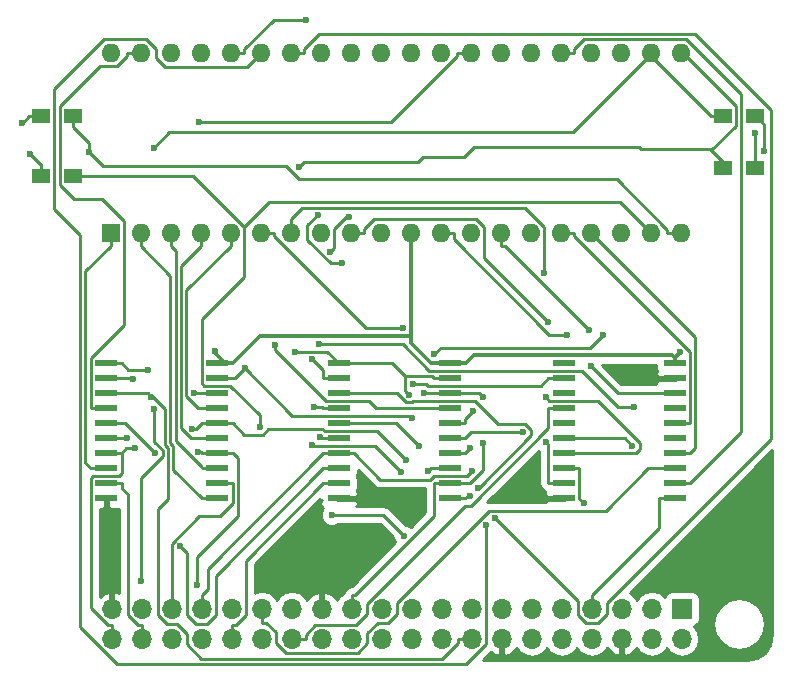
<source format=gbr>
G04 #@! TF.FileFunction,Copper,L1,Top,Signal*
%FSLAX46Y46*%
G04 Gerber Fmt 4.6, Leading zero omitted, Abs format (unit mm)*
G04 Created by KiCad (PCBNEW 4.0.7) date 01/21/18 10:34:35*
%MOMM*%
%LPD*%
G01*
G04 APERTURE LIST*
%ADD10C,0.100000*%
%ADD11R,1.700000X1.700000*%
%ADD12O,1.700000X1.700000*%
%ADD13R,1.600000X1.600000*%
%ADD14O,1.600000X1.600000*%
%ADD15R,1.950000X0.600000*%
%ADD16R,1.500000X1.300000*%
%ADD17C,0.600000*%
%ADD18C,0.350000*%
%ADD19C,0.250000*%
%ADD20C,0.254000*%
G04 APERTURE END LIST*
D10*
D11*
X149454000Y-112878000D03*
D12*
X149454000Y-115418000D03*
X146914000Y-112878000D03*
X146914000Y-115418000D03*
X144374000Y-112878000D03*
X144374000Y-115418000D03*
X141834000Y-112878000D03*
X141834000Y-115418000D03*
X139294000Y-112878000D03*
X139294000Y-115418000D03*
X136754000Y-112878000D03*
X136754000Y-115418000D03*
X134214000Y-112878000D03*
X134214000Y-115418000D03*
X131674000Y-112878000D03*
X131674000Y-115418000D03*
X129134000Y-112878000D03*
X129134000Y-115418000D03*
X126594000Y-112878000D03*
X126594000Y-115418000D03*
X124054000Y-112878000D03*
X124054000Y-115418000D03*
X121514000Y-112878000D03*
X121514000Y-115418000D03*
X118974000Y-112878000D03*
X118974000Y-115418000D03*
X116434000Y-112878000D03*
X116434000Y-115418000D03*
X113894000Y-112878000D03*
X113894000Y-115418000D03*
X111354000Y-112878000D03*
X111354000Y-115418000D03*
X108814000Y-112878000D03*
X108814000Y-115418000D03*
X106274000Y-112878000D03*
X106274000Y-115418000D03*
X103734000Y-112878000D03*
X103734000Y-115418000D03*
X101194000Y-112878000D03*
X101194000Y-115418000D03*
D13*
X101092000Y-81026000D03*
D14*
X149352000Y-65786000D03*
X103632000Y-81026000D03*
X146812000Y-65786000D03*
X106172000Y-81026000D03*
X144272000Y-65786000D03*
X108712000Y-81026000D03*
X141732000Y-65786000D03*
X111252000Y-81026000D03*
X139192000Y-65786000D03*
X113792000Y-81026000D03*
X136652000Y-65786000D03*
X116332000Y-81026000D03*
X134112000Y-65786000D03*
X118872000Y-81026000D03*
X131572000Y-65786000D03*
X121412000Y-81026000D03*
X129032000Y-65786000D03*
X123952000Y-81026000D03*
X126492000Y-65786000D03*
X126492000Y-81026000D03*
X123952000Y-65786000D03*
X129032000Y-81026000D03*
X121412000Y-65786000D03*
X131572000Y-81026000D03*
X118872000Y-65786000D03*
X134112000Y-81026000D03*
X116332000Y-65786000D03*
X136652000Y-81026000D03*
X113792000Y-65786000D03*
X139192000Y-81026000D03*
X111252000Y-65786000D03*
X141732000Y-81026000D03*
X108712000Y-65786000D03*
X144272000Y-81026000D03*
X106172000Y-65786000D03*
X146812000Y-81026000D03*
X103632000Y-65786000D03*
X149352000Y-81026000D03*
X101092000Y-65786000D03*
D15*
X139445000Y-92075000D03*
X139445000Y-93345000D03*
X139445000Y-94615000D03*
X139445000Y-95885000D03*
X139445000Y-97155000D03*
X139445000Y-98425000D03*
X139445000Y-99695000D03*
X139445000Y-100965000D03*
X139445000Y-102235000D03*
X139445000Y-103505000D03*
X148845000Y-103505000D03*
X148845000Y-102235000D03*
X148845000Y-100965000D03*
X148845000Y-99695000D03*
X148845000Y-98425000D03*
X148845000Y-97155000D03*
X148845000Y-95885000D03*
X148845000Y-94615000D03*
X148845000Y-93345000D03*
X148845000Y-92075000D03*
X100710000Y-92075000D03*
X100710000Y-93345000D03*
X100710000Y-94615000D03*
X100710000Y-95885000D03*
X100710000Y-97155000D03*
X100710000Y-98425000D03*
X100710000Y-99695000D03*
X100710000Y-100965000D03*
X100710000Y-102235000D03*
X100710000Y-103505000D03*
X110110000Y-103505000D03*
X110110000Y-102235000D03*
X110110000Y-100965000D03*
X110110000Y-99695000D03*
X110110000Y-98425000D03*
X110110000Y-97155000D03*
X110110000Y-95885000D03*
X110110000Y-94615000D03*
X110110000Y-93345000D03*
X110110000Y-92075000D03*
X120395000Y-92075000D03*
X120395000Y-93345000D03*
X120395000Y-94615000D03*
X120395000Y-95885000D03*
X120395000Y-97155000D03*
X120395000Y-98425000D03*
X120395000Y-99695000D03*
X120395000Y-100965000D03*
X120395000Y-102235000D03*
X120395000Y-103505000D03*
X129795000Y-103505000D03*
X129795000Y-102235000D03*
X129795000Y-100965000D03*
X129795000Y-99695000D03*
X129795000Y-98425000D03*
X129795000Y-97155000D03*
X129795000Y-95885000D03*
X129795000Y-94615000D03*
X129795000Y-93345000D03*
X129795000Y-92075000D03*
D16*
X97870000Y-76200000D03*
X95170000Y-76200000D03*
X97870000Y-71120000D03*
X95170000Y-71120000D03*
X152955000Y-75565000D03*
X155655000Y-75565000D03*
X152955000Y-71120000D03*
X155655000Y-71120000D03*
D17*
X149291800Y-91163100D03*
X109893100Y-91064500D03*
X145257200Y-99059700D03*
X141130200Y-103933300D03*
X127225600Y-99100900D03*
X132162700Y-102634600D03*
X126131600Y-100293900D03*
X107968700Y-97631200D03*
X108443000Y-110851700D03*
X108459600Y-99606600D03*
X118132800Y-98974000D03*
X125656000Y-101280900D03*
X104862400Y-99693300D03*
X104528400Y-94924100D03*
X116715200Y-91147100D03*
X126326500Y-94760700D03*
X119804300Y-104938600D03*
X125940600Y-106688400D03*
X131479100Y-99273900D03*
X131770700Y-96093400D03*
X112477200Y-92523200D03*
X104290800Y-92645500D03*
X126564700Y-96704400D03*
X132628000Y-98845100D03*
X132642900Y-94948700D03*
X127580500Y-94594800D03*
X126694000Y-93803700D03*
X131656100Y-101229400D03*
X108125500Y-94599100D03*
X104786000Y-95919800D03*
X103627300Y-110541900D03*
X103182100Y-99297700D03*
X141762500Y-92355700D03*
X137925500Y-98734400D03*
X125822700Y-89063400D03*
X137923600Y-94948700D03*
X137801100Y-84405600D03*
X119655800Y-82636900D03*
X121263200Y-79722400D03*
X145409000Y-95797500D03*
X118772400Y-90466700D03*
X108544800Y-71677600D03*
X138096600Y-88569000D03*
X118172200Y-91718500D03*
X118291800Y-95763900D03*
X139695100Y-89661800D03*
X118806500Y-98314000D03*
X120709000Y-83590000D03*
X118622400Y-79536600D03*
X106967300Y-107564000D03*
X141601200Y-89300400D03*
X131554200Y-103293700D03*
X133670200Y-105215000D03*
X127984900Y-101190100D03*
X132896500Y-105817500D03*
X136031900Y-97941200D03*
X117631900Y-62996700D03*
X115029300Y-90560000D03*
X128495800Y-91332900D03*
X142748600Y-89710000D03*
X102957800Y-93453900D03*
X102432600Y-98394600D03*
X113739300Y-97514500D03*
X99241500Y-74169300D03*
X117012100Y-75480300D03*
X104746300Y-73863400D03*
X94249000Y-74400700D03*
X93620800Y-71759600D03*
X155623100Y-72583500D03*
X156398800Y-74083200D03*
D18*
X126492000Y-81026000D02*
X126492000Y-82201300D01*
X148845000Y-92075000D02*
X148845000Y-91609900D01*
X148845000Y-91609900D02*
X149291800Y-91163100D01*
X148634700Y-91399600D02*
X148845000Y-91609900D01*
X131820700Y-91399600D02*
X148634700Y-91399600D01*
X131145300Y-92075000D02*
X131820700Y-91399600D01*
X129795000Y-92075000D02*
X131145300Y-92075000D01*
X126498000Y-82207300D02*
X126492000Y-82201300D01*
X126498000Y-89791400D02*
X126498000Y-82207300D01*
X110110000Y-92075000D02*
X110785200Y-92075000D01*
X110785200Y-92075000D02*
X111460300Y-92075000D01*
X109893100Y-91182900D02*
X109893100Y-91064500D01*
X110785200Y-92075000D02*
X109893100Y-91182900D01*
X113743900Y-89791400D02*
X111460300Y-92075000D01*
X126498000Y-89791400D02*
X113743900Y-89791400D01*
X126498000Y-90334500D02*
X126498000Y-89791400D01*
X128238500Y-92075000D02*
X126498000Y-90334500D01*
X129795000Y-92075000D02*
X128238500Y-92075000D01*
D19*
X144622500Y-98425000D02*
X145257200Y-99059700D01*
X139445000Y-98425000D02*
X144622500Y-98425000D01*
X140745300Y-103548400D02*
X141130200Y-103933300D01*
X140745300Y-100965000D02*
X140745300Y-103548400D01*
X139445000Y-100965000D02*
X140745300Y-100965000D01*
X147544700Y-105992000D02*
X141834000Y-111702700D01*
X147544700Y-103505000D02*
X147544700Y-105992000D01*
X148845000Y-103505000D02*
X147544700Y-103505000D01*
X141834000Y-112878000D02*
X141834000Y-111702700D01*
X125279700Y-97155000D02*
X127225600Y-99100900D01*
X120395000Y-97155000D02*
X125279700Y-97155000D01*
X132262300Y-102634600D02*
X132162700Y-102634600D01*
X136715800Y-98181100D02*
X132262300Y-102634600D01*
X136715800Y-97727600D02*
X136715800Y-98181100D01*
X136210100Y-97221900D02*
X136715800Y-97727600D01*
X133907800Y-97221900D02*
X136210100Y-97221900D01*
X131945600Y-95259700D02*
X133907800Y-97221900D01*
X126711900Y-95259700D02*
X131945600Y-95259700D01*
X126585600Y-95386000D02*
X126711900Y-95259700D01*
X126067500Y-95386000D02*
X126585600Y-95386000D01*
X125296500Y-94615000D02*
X126067500Y-95386000D01*
X120395000Y-94615000D02*
X125296500Y-94615000D01*
X110110000Y-97155000D02*
X111410300Y-97155000D01*
X108333500Y-97631200D02*
X108809700Y-97155000D01*
X107968700Y-97631200D02*
X108333500Y-97631200D01*
X110110000Y-97155000D02*
X108809700Y-97155000D01*
X123627900Y-97790200D02*
X126131600Y-100293900D01*
X119167100Y-97790200D02*
X123627900Y-97790200D01*
X119065600Y-97688700D02*
X119167100Y-97790200D01*
X114449500Y-97688700D02*
X119065600Y-97688700D01*
X113998400Y-98139800D02*
X114449500Y-97688700D01*
X112395100Y-98139800D02*
X113998400Y-98139800D01*
X111410300Y-97155000D02*
X112395100Y-98139800D01*
X108443000Y-108469400D02*
X108443000Y-110851700D01*
X111860700Y-105051700D02*
X108443000Y-108469400D01*
X111860700Y-100145400D02*
X111860700Y-105051700D01*
X111410300Y-99695000D02*
X111860700Y-100145400D01*
X110110000Y-99695000D02*
X111410300Y-99695000D01*
X108721300Y-99606600D02*
X108809700Y-99695000D01*
X108459600Y-99606600D02*
X108721300Y-99606600D01*
X110110000Y-99695000D02*
X108809700Y-99695000D01*
X123444700Y-99069600D02*
X125656000Y-101280900D01*
X118228400Y-99069600D02*
X123444700Y-99069600D01*
X118132800Y-98974000D02*
X118228400Y-99069600D01*
X102324100Y-97155000D02*
X100710000Y-97155000D01*
X104862400Y-99693300D02*
X102324100Y-97155000D01*
X100710000Y-94615000D02*
X102010300Y-94615000D01*
X131674000Y-115418000D02*
X130498700Y-115418000D01*
X104219300Y-94615000D02*
X102010300Y-94615000D01*
X104528400Y-94924100D02*
X104219300Y-94615000D01*
X104674700Y-94924100D02*
X104528400Y-94924100D01*
X105698800Y-95948200D02*
X104674700Y-94924100D01*
X105698800Y-99008400D02*
X105698800Y-95948200D01*
X105938000Y-99247600D02*
X105698800Y-99008400D01*
X105938000Y-103581800D02*
X105938000Y-99247600D01*
X105096900Y-104422900D02*
X105938000Y-103581800D01*
X105096900Y-113365100D02*
X105096900Y-104422900D01*
X105897400Y-114165600D02*
X105096900Y-113365100D01*
X106713700Y-114165600D02*
X105897400Y-114165600D01*
X107544000Y-114995900D02*
X106713700Y-114165600D01*
X107544000Y-115894600D02*
X107544000Y-114995900D01*
X108770600Y-117121200D02*
X107544000Y-115894600D01*
X129162800Y-117121200D02*
X108770600Y-117121200D01*
X130498700Y-115785300D02*
X129162800Y-117121200D01*
X130498700Y-115418000D02*
X130498700Y-115785300D01*
X120395000Y-92075000D02*
X121695300Y-92075000D01*
X119412000Y-91092000D02*
X120395000Y-92075000D01*
X116770300Y-91092000D02*
X119412000Y-91092000D01*
X116715200Y-91147100D02*
X116770300Y-91092000D01*
X124190800Y-104938600D02*
X125940600Y-106688400D01*
X119804300Y-104938600D02*
X124190800Y-104938600D01*
X128319900Y-93170200D02*
X126041500Y-93170200D01*
X128494700Y-93345000D02*
X128319900Y-93170200D01*
X124946300Y-92075000D02*
X126041500Y-93170200D01*
X121695300Y-92075000D02*
X124946300Y-92075000D01*
X126041500Y-94475700D02*
X126326500Y-94760700D01*
X126041500Y-93170200D02*
X126041500Y-94475700D01*
X129795000Y-93345000D02*
X128494700Y-93345000D01*
X131095300Y-99657700D02*
X131479100Y-99273900D01*
X131095300Y-99695000D02*
X131095300Y-99657700D01*
X129795000Y-99695000D02*
X131095300Y-99695000D01*
X131095300Y-96768800D02*
X131770700Y-96093400D01*
X131095300Y-97155000D02*
X131095300Y-96768800D01*
X129795000Y-97155000D02*
X131095300Y-97155000D01*
X102580800Y-92645500D02*
X102010300Y-92075000D01*
X104290800Y-92645500D02*
X102580800Y-92645500D01*
X100710000Y-92075000D02*
X102010300Y-92075000D01*
X111655400Y-93345000D02*
X112477200Y-92523200D01*
X110110000Y-93345000D02*
X111655400Y-93345000D01*
X126370700Y-96510400D02*
X126564700Y-96704400D01*
X116464400Y-96510400D02*
X126370700Y-96510400D01*
X112477200Y-92523200D02*
X116464400Y-96510400D01*
X131534900Y-102235000D02*
X131095300Y-102235000D01*
X132628000Y-101141900D02*
X131534900Y-102235000D01*
X132628000Y-98845100D02*
X132628000Y-101141900D01*
X130445200Y-102235000D02*
X131095300Y-102235000D01*
X130445200Y-102235000D02*
X129795000Y-102235000D01*
X129795000Y-102235000D02*
X128494700Y-102235000D01*
X121514000Y-112878000D02*
X121514000Y-111702700D01*
X128494700Y-105018700D02*
X128494700Y-102235000D01*
X121810700Y-111702700D02*
X128494700Y-105018700D01*
X121514000Y-111702700D02*
X121810700Y-111702700D01*
X132309200Y-94615000D02*
X132642900Y-94948700D01*
X129795000Y-94615000D02*
X132309200Y-94615000D01*
X128474500Y-94594800D02*
X127580500Y-94594800D01*
X128494700Y-94615000D02*
X128474500Y-94594800D01*
X129795000Y-94615000D02*
X128494700Y-94615000D01*
X127814200Y-93803700D02*
X126694000Y-93803700D01*
X127980800Y-93970300D02*
X127814200Y-93803700D01*
X137519400Y-93970300D02*
X127980800Y-93970300D01*
X138144700Y-93345000D02*
X137519400Y-93970300D01*
X139445000Y-93345000D02*
X138144700Y-93345000D01*
X117609300Y-115050600D02*
X117609300Y-115418000D01*
X118417200Y-114242700D02*
X117609300Y-115050600D01*
X121878800Y-114242700D02*
X118417200Y-114242700D01*
X122777900Y-113343600D02*
X121878800Y-114242700D01*
X122777900Y-112430900D02*
X122777900Y-113343600D01*
X131078400Y-104130400D02*
X122777900Y-112430900D01*
X131609400Y-104130400D02*
X131078400Y-104130400D01*
X138144700Y-97595100D02*
X131609400Y-104130400D01*
X138144700Y-95885000D02*
X138144700Y-97595100D01*
X139445000Y-95885000D02*
X138144700Y-95885000D01*
X116434000Y-115418000D02*
X117609300Y-115418000D01*
X146602000Y-100965000D02*
X148845000Y-100965000D01*
X142993000Y-104574000D02*
X146602000Y-100965000D01*
X133150200Y-104574000D02*
X142993000Y-104574000D01*
X125324000Y-112400200D02*
X133150200Y-104574000D01*
X125324000Y-113309000D02*
X125324000Y-112400200D01*
X124579600Y-114053400D02*
X125324000Y-113309000D01*
X123741100Y-114053400D02*
X124579600Y-114053400D01*
X122830800Y-114963700D02*
X123741100Y-114053400D01*
X122830800Y-115793500D02*
X122830800Y-114963700D01*
X122005400Y-116618900D02*
X122830800Y-115793500D01*
X115953600Y-116618900D02*
X122005400Y-116618900D01*
X115069300Y-115734600D02*
X115953600Y-116618900D01*
X115069300Y-114861200D02*
X115069300Y-115734600D01*
X114261400Y-114053300D02*
X115069300Y-114861200D01*
X113894000Y-114053300D02*
X114261400Y-114053300D01*
X113894000Y-112878000D02*
X113894000Y-114053300D01*
X111721400Y-114242700D02*
X111354000Y-114242700D01*
X112529300Y-113434800D02*
X111721400Y-114242700D01*
X112529300Y-108800400D02*
X112529300Y-113434800D01*
X119094700Y-102235000D02*
X112529300Y-108800400D01*
X120395000Y-102235000D02*
X119094700Y-102235000D01*
X111354000Y-115418000D02*
X111354000Y-114242700D01*
X131287500Y-101598000D02*
X131656100Y-101229400D01*
X128461400Y-101598000D02*
X131287500Y-101598000D01*
X128131700Y-101927700D02*
X128461400Y-101598000D01*
X123928000Y-101927700D02*
X128131700Y-101927700D01*
X121695300Y-99695000D02*
X123928000Y-101927700D01*
X121045200Y-99695000D02*
X121695300Y-99695000D01*
X121045200Y-99695000D02*
X120395000Y-99695000D01*
X109301000Y-111215700D02*
X108814000Y-111702700D01*
X109301000Y-109488700D02*
X109301000Y-111215700D01*
X119094700Y-99695000D02*
X109301000Y-109488700D01*
X120395000Y-99695000D02*
X119094700Y-99695000D01*
X108814000Y-112878000D02*
X108814000Y-111702700D01*
X111410300Y-103956900D02*
X111410300Y-102235000D01*
X110315300Y-105051900D02*
X111410300Y-103956900D01*
X108594900Y-105051900D02*
X110315300Y-105051900D01*
X106274000Y-107372800D02*
X108594900Y-105051900D01*
X106274000Y-112878000D02*
X106274000Y-107372800D01*
X110110000Y-102235000D02*
X111410300Y-102235000D01*
X108793800Y-94599100D02*
X108125500Y-94599100D01*
X108809700Y-94615000D02*
X108793800Y-94599100D01*
X110110000Y-94615000D02*
X108809700Y-94615000D01*
X104786000Y-98732500D02*
X104786000Y-95919800D01*
X105487700Y-99434200D02*
X104786000Y-98732500D01*
X105487700Y-99952400D02*
X105487700Y-99434200D01*
X103627300Y-101812800D02*
X105487700Y-99952400D01*
X103627300Y-110541900D02*
X103627300Y-101812800D01*
X103734000Y-115418000D02*
X103734000Y-114242700D01*
X100710000Y-102235000D02*
X102010300Y-102235000D01*
X103366600Y-114242700D02*
X103734000Y-114242700D01*
X102558700Y-113434800D02*
X103366600Y-114242700D01*
X102558700Y-103234900D02*
X102558700Y-113434800D01*
X102010300Y-102686500D02*
X102558700Y-103234900D01*
X102010300Y-102235000D02*
X102010300Y-102686500D01*
X101194000Y-115418000D02*
X101194000Y-114242700D01*
X100710000Y-99695000D02*
X102010300Y-99695000D01*
X102010300Y-101407900D02*
X102010300Y-99695000D01*
X101808600Y-101609600D02*
X102010300Y-101407900D01*
X99558100Y-101609600D02*
X101808600Y-101609600D01*
X99409600Y-101758100D02*
X99558100Y-101609600D01*
X99409600Y-112825600D02*
X99409600Y-101758100D01*
X100826700Y-114242700D02*
X99409600Y-112825600D01*
X101194000Y-114242700D02*
X100826700Y-114242700D01*
X102407600Y-99297700D02*
X102010300Y-99695000D01*
X103182100Y-99297700D02*
X102407600Y-99297700D01*
X98941100Y-84302200D02*
X101092000Y-82151300D01*
X98941100Y-100496400D02*
X98941100Y-84302200D01*
X99409700Y-100965000D02*
X98941100Y-100496400D01*
X100710000Y-100965000D02*
X99409700Y-100965000D01*
X101092000Y-81026000D02*
X101092000Y-82151300D01*
X110110000Y-103505000D02*
X108809700Y-103505000D01*
X103632000Y-81026000D02*
X103632000Y-82151300D01*
X106149100Y-84668400D02*
X103632000Y-82151300D01*
X106149100Y-98821800D02*
X106149100Y-84668400D01*
X106388300Y-99061000D02*
X106149100Y-98821800D01*
X106388300Y-101083600D02*
X106388300Y-99061000D01*
X108809700Y-103505000D02*
X106388300Y-101083600D01*
X106172000Y-81026000D02*
X106172000Y-82151300D01*
X110110000Y-100965000D02*
X108809700Y-100965000D01*
X106599500Y-82578800D02*
X106172000Y-82151300D01*
X106599500Y-98635300D02*
X106599500Y-82578800D01*
X108809700Y-100845500D02*
X106599500Y-98635300D01*
X108809700Y-100965000D02*
X108809700Y-100845500D01*
X110110000Y-98425000D02*
X108809700Y-98425000D01*
X108712000Y-81026000D02*
X108712000Y-82151300D01*
X107878200Y-98425000D02*
X108809700Y-98425000D01*
X107049900Y-97596700D02*
X107878200Y-98425000D01*
X107049900Y-83813400D02*
X107049900Y-97596700D01*
X108712000Y-82151300D02*
X107049900Y-83813400D01*
X144021800Y-94615000D02*
X141762500Y-92355700D01*
X148845000Y-94615000D02*
X144021800Y-94615000D01*
X111252000Y-81026000D02*
X111252000Y-82151300D01*
X110110000Y-95885000D02*
X108809700Y-95885000D01*
X107500200Y-85903100D02*
X111252000Y-82151300D01*
X107500200Y-94858100D02*
X107500200Y-85903100D01*
X108527100Y-95885000D02*
X107500200Y-94858100D01*
X108809700Y-95885000D02*
X108527100Y-95885000D01*
X140317300Y-65504600D02*
X140317300Y-65786000D01*
X141161200Y-64660700D02*
X140317300Y-65504600D01*
X149818500Y-64660700D02*
X141161200Y-64660700D01*
X154480800Y-69323000D02*
X149818500Y-64660700D01*
X154480800Y-97899500D02*
X154480800Y-69323000D01*
X150145300Y-102235000D02*
X154480800Y-97899500D01*
X148845000Y-102235000D02*
X150145300Y-102235000D01*
X139192000Y-65786000D02*
X140317300Y-65786000D01*
X138144700Y-98953600D02*
X137925500Y-98734400D01*
X138144700Y-102235000D02*
X138144700Y-98953600D01*
X114917300Y-81307300D02*
X114917300Y-81026000D01*
X122673400Y-89063400D02*
X114917300Y-81307300D01*
X125822700Y-89063400D02*
X122673400Y-89063400D01*
X113792000Y-81026000D02*
X114917300Y-81026000D01*
X139445000Y-102235000D02*
X138144700Y-102235000D01*
X138215200Y-95240300D02*
X137923600Y-94948700D01*
X142327300Y-95240300D02*
X138215200Y-95240300D01*
X145931300Y-98844300D02*
X142327300Y-95240300D01*
X145931300Y-99307800D02*
X145931300Y-98844300D01*
X145544100Y-99695000D02*
X145931300Y-99307800D01*
X139445000Y-99695000D02*
X145544100Y-99695000D01*
X137801100Y-80577600D02*
X137801100Y-84405600D01*
X136131900Y-78908400D02*
X137801100Y-80577600D01*
X117324300Y-78908400D02*
X136131900Y-78908400D01*
X116332000Y-79900700D02*
X117324300Y-78908400D01*
X116332000Y-81026000D02*
X116332000Y-79900700D01*
X120991200Y-79722400D02*
X121263200Y-79722400D01*
X119997400Y-80716200D02*
X120991200Y-79722400D01*
X119997400Y-82295300D02*
X119997400Y-80716200D01*
X119655800Y-82636900D02*
X119997400Y-82295300D01*
X125822700Y-90466700D02*
X118772400Y-90466700D01*
X128072000Y-92716000D02*
X125822700Y-90466700D01*
X140990600Y-92716000D02*
X128072000Y-92716000D01*
X144072100Y-95797500D02*
X140990600Y-92716000D01*
X145409000Y-95797500D02*
X144072100Y-95797500D01*
X130446700Y-66067300D02*
X130446700Y-65786000D01*
X124836400Y-71677600D02*
X130446700Y-66067300D01*
X108544800Y-71677600D02*
X124836400Y-71677600D01*
X131572000Y-65786000D02*
X130446700Y-65786000D01*
X121412000Y-81026000D02*
X122537300Y-81026000D01*
X132697400Y-83169800D02*
X138096600Y-88569000D01*
X132697400Y-80528700D02*
X132697400Y-83169800D01*
X132041900Y-79873200D02*
X132697400Y-80528700D01*
X123408800Y-79873200D02*
X132041900Y-79873200D01*
X122537300Y-80744700D02*
X123408800Y-79873200D01*
X122537300Y-81026000D02*
X122537300Y-80744700D01*
X119094700Y-92641000D02*
X118172200Y-91718500D01*
X119094700Y-93345000D02*
X119094700Y-92641000D01*
X120395000Y-93345000D02*
X119094700Y-93345000D01*
X118973600Y-95763900D02*
X119094700Y-95885000D01*
X118291800Y-95763900D02*
X118973600Y-95763900D01*
X120395000Y-95885000D02*
X119094700Y-95885000D01*
X130157300Y-81588700D02*
X130157300Y-81026000D01*
X138230400Y-89661800D02*
X130157300Y-81588700D01*
X139695100Y-89661800D02*
X138230400Y-89661800D01*
X129032000Y-81026000D02*
X130157300Y-81026000D01*
X118917500Y-98425000D02*
X118806500Y-98314000D01*
X120395000Y-98425000D02*
X118917500Y-98425000D01*
X119724600Y-83590000D02*
X120709000Y-83590000D01*
X117746600Y-81612000D02*
X119724600Y-83590000D01*
X117746600Y-80412400D02*
X117746600Y-81612000D01*
X118622400Y-79536600D02*
X117746600Y-80412400D01*
X120395000Y-100965000D02*
X119094700Y-100965000D01*
X109989400Y-110070300D02*
X119094700Y-100965000D01*
X109989400Y-113403600D02*
X109989400Y-110070300D01*
X109258400Y-114134600D02*
X109989400Y-113403600D01*
X108318700Y-114134600D02*
X109258400Y-114134600D01*
X107566300Y-113382200D02*
X108318700Y-114134600D01*
X107566300Y-108163000D02*
X107566300Y-113382200D01*
X106967300Y-107564000D02*
X107566300Y-108163000D01*
X134112000Y-81026000D02*
X134112000Y-82151300D01*
X134452100Y-82151300D02*
X134112000Y-82151300D01*
X141601200Y-89300400D02*
X134452100Y-82151300D01*
X131306600Y-103293700D02*
X131554200Y-103293700D01*
X131095300Y-103505000D02*
X131306600Y-103293700D01*
X117457300Y-65504700D02*
X117457300Y-65786000D01*
X118765900Y-64196100D02*
X117457300Y-65504700D01*
X150598900Y-64196100D02*
X118765900Y-64196100D01*
X157027300Y-70624500D02*
X150598900Y-64196100D01*
X157027300Y-98482200D02*
X157027300Y-70624500D01*
X143104000Y-112405500D02*
X157027300Y-98482200D01*
X143104000Y-113309000D02*
X143104000Y-112405500D01*
X142359600Y-114053400D02*
X143104000Y-113309000D01*
X141308400Y-114053400D02*
X142359600Y-114053400D01*
X140658600Y-113403600D02*
X141308400Y-114053400D01*
X140658600Y-112203400D02*
X140658600Y-113403600D01*
X133670200Y-105215000D02*
X140658600Y-112203400D01*
X116332000Y-65786000D02*
X117457300Y-65786000D01*
X129795000Y-103505000D02*
X131095300Y-103505000D01*
X128210000Y-100965000D02*
X127984900Y-101190100D01*
X129795000Y-100965000D02*
X128210000Y-100965000D01*
X112609700Y-66968300D02*
X113792000Y-65786000D01*
X105671600Y-66968300D02*
X112609700Y-66968300D01*
X104902000Y-66198700D02*
X105671600Y-66968300D01*
X104902000Y-65458500D02*
X104902000Y-66198700D01*
X104104100Y-64660600D02*
X104902000Y-65458500D01*
X100550000Y-64660600D02*
X104104100Y-64660600D01*
X96313000Y-68897600D02*
X100550000Y-64660600D01*
X96313000Y-79037900D02*
X96313000Y-68897600D01*
X98490700Y-81215600D02*
X96313000Y-79037900D01*
X98490700Y-114417100D02*
X98490700Y-81215600D01*
X101645200Y-117571600D02*
X98490700Y-114417100D01*
X131189000Y-117571600D02*
X101645200Y-117571600D01*
X132896500Y-115864100D02*
X131189000Y-117571600D01*
X132896500Y-105817500D02*
X132896500Y-115864100D01*
X140317300Y-81278400D02*
X140317300Y-81026000D01*
X150145300Y-91106400D02*
X140317300Y-81278400D01*
X150145300Y-97155000D02*
X150145300Y-91106400D01*
X148845000Y-97155000D02*
X150145300Y-97155000D01*
X139192000Y-81026000D02*
X140317300Y-81026000D01*
X112377300Y-65504700D02*
X112377300Y-65786000D01*
X114885300Y-62996700D02*
X112377300Y-65504700D01*
X117631900Y-62996700D02*
X114885300Y-62996700D01*
X111252000Y-65786000D02*
X112377300Y-65786000D01*
X129795000Y-98425000D02*
X131095300Y-98425000D01*
X131579100Y-97941200D02*
X136031900Y-97941200D01*
X131095300Y-98425000D02*
X131579100Y-97941200D01*
X150599800Y-89893800D02*
X141732000Y-81026000D01*
X150599800Y-99240500D02*
X150599800Y-89893800D01*
X150145300Y-99695000D02*
X150599800Y-99240500D01*
X148845000Y-99695000D02*
X150145300Y-99695000D01*
X115029300Y-90987000D02*
X115029300Y-90560000D01*
X119302000Y-95259700D02*
X115029300Y-90987000D01*
X122969400Y-95259700D02*
X119302000Y-95259700D01*
X123594700Y-95885000D02*
X122969400Y-95259700D01*
X129795000Y-95885000D02*
X123594700Y-95885000D01*
X129076200Y-90752500D02*
X128495800Y-91332900D01*
X141706100Y-90752500D02*
X129076200Y-90752500D01*
X142748600Y-89710000D02*
X141706100Y-90752500D01*
X102848900Y-93345000D02*
X102957800Y-93453900D01*
X100710000Y-93345000D02*
X102848900Y-93345000D01*
X102506700Y-66067400D02*
X102506700Y-65786000D01*
X101662800Y-66911300D02*
X102506700Y-66067400D01*
X100148200Y-66911300D02*
X101662800Y-66911300D01*
X96794600Y-70264900D02*
X100148200Y-66911300D01*
X96794600Y-76990300D02*
X96794600Y-70264900D01*
X97992600Y-78188300D02*
X96794600Y-76990300D01*
X100384300Y-78188300D02*
X97992600Y-78188300D01*
X102217400Y-80021400D02*
X100384300Y-78188300D01*
X102217400Y-88832500D02*
X102217400Y-80021400D01*
X99409700Y-91640200D02*
X102217400Y-88832500D01*
X99409700Y-95885000D02*
X99409700Y-91640200D01*
X100710000Y-95885000D02*
X99409700Y-95885000D01*
X103632000Y-65786000D02*
X102506700Y-65786000D01*
X102402200Y-98425000D02*
X102432600Y-98394600D01*
X100710000Y-98425000D02*
X102402200Y-98425000D01*
X108070700Y-76200000D02*
X112377400Y-80506700D01*
X97870000Y-76200000D02*
X108070700Y-76200000D01*
X113739300Y-96508400D02*
X113739300Y-97514500D01*
X111201300Y-93970400D02*
X113739300Y-96508400D01*
X108963300Y-93970400D02*
X111201300Y-93970400D01*
X108789700Y-93796800D02*
X108963300Y-93970400D01*
X108789700Y-88334100D02*
X108789700Y-93796800D01*
X112377400Y-84746400D02*
X108789700Y-88334100D01*
X112377400Y-80506700D02*
X112377400Y-84746400D01*
X114473200Y-78410900D02*
X112377400Y-80506700D01*
X144196900Y-78410900D02*
X114473200Y-78410900D01*
X146812000Y-81026000D02*
X144196900Y-78410900D01*
X97870000Y-71120000D02*
X97870000Y-72095300D01*
X99241500Y-73466800D02*
X99241500Y-74169300D01*
X97870000Y-72095300D02*
X99241500Y-73466800D01*
X149352000Y-81026000D02*
X148226700Y-81026000D01*
X100440400Y-75368200D02*
X99241500Y-74169300D01*
X115934300Y-75368200D02*
X100440400Y-75368200D01*
X117060100Y-76494000D02*
X115934300Y-75368200D01*
X143953200Y-76494000D02*
X117060100Y-76494000D01*
X148226700Y-80767500D02*
X143953200Y-76494000D01*
X148226700Y-81026000D02*
X148226700Y-80767500D01*
X152955000Y-75565000D02*
X152955000Y-75077300D01*
X149512000Y-65786000D02*
X149352000Y-65786000D01*
X154030400Y-70304400D02*
X149512000Y-65786000D01*
X154030400Y-71969300D02*
X154030400Y-70304400D01*
X151938800Y-74060900D02*
X154030400Y-71969300D01*
X117441600Y-75050800D02*
X117012100Y-75480300D01*
X127103600Y-75050800D02*
X117441600Y-75050800D01*
X127554000Y-74600400D02*
X127103600Y-75050800D01*
X131027800Y-74600400D02*
X127554000Y-74600400D01*
X131844100Y-73784100D02*
X131027800Y-74600400D01*
X145789400Y-73784100D02*
X131844100Y-73784100D01*
X145972700Y-73967400D02*
X145789400Y-73784100D01*
X151845200Y-73967400D02*
X145972700Y-73967400D01*
X151938800Y-74060900D02*
X151845200Y-73967400D01*
X152004600Y-74126800D02*
X151938800Y-74060900D01*
X152004600Y-74126900D02*
X152004600Y-74126800D01*
X152955000Y-75077300D02*
X152004600Y-74126900D01*
X152955000Y-71120000D02*
X151879700Y-71120000D01*
X151879700Y-71120000D02*
X146749200Y-65989500D01*
X146812000Y-65926700D02*
X146749200Y-65989500D01*
X146812000Y-65786000D02*
X146812000Y-65926700D01*
X106070300Y-72539400D02*
X104746300Y-73863400D01*
X140199300Y-72539400D02*
X106070300Y-72539400D01*
X146749200Y-65989500D02*
X140199300Y-72539400D01*
X95073000Y-75224700D02*
X94249000Y-74400700D01*
X95170000Y-75224700D02*
X95073000Y-75224700D01*
X95170000Y-76200000D02*
X95170000Y-75224700D01*
X94094700Y-71285700D02*
X93620800Y-71759600D01*
X94094700Y-71120000D02*
X94094700Y-71285700D01*
X95170000Y-71120000D02*
X94094700Y-71120000D01*
X155623100Y-74557800D02*
X155623100Y-72583500D01*
X155655000Y-74589700D02*
X155623100Y-74557800D01*
X155655000Y-75565000D02*
X155655000Y-74589700D01*
X156398800Y-71863800D02*
X155655000Y-71120000D01*
X156398800Y-74083200D02*
X156398800Y-71863800D01*
D20*
G36*
X157125600Y-115043314D02*
X156954113Y-115905436D01*
X156505375Y-116577020D01*
X155833790Y-117025759D01*
X154973906Y-117196800D01*
X132638602Y-117196800D01*
X133289427Y-116545975D01*
X133447076Y-116689645D01*
X133857110Y-116859476D01*
X134087000Y-116738155D01*
X134087000Y-115545000D01*
X134067000Y-115545000D01*
X134067000Y-115291000D01*
X134087000Y-115291000D01*
X134087000Y-115271000D01*
X134341000Y-115271000D01*
X134341000Y-115291000D01*
X134361000Y-115291000D01*
X134361000Y-115545000D01*
X134341000Y-115545000D01*
X134341000Y-116738155D01*
X134570890Y-116859476D01*
X134980924Y-116689645D01*
X135409183Y-116299358D01*
X135476298Y-116156447D01*
X135703946Y-116497147D01*
X136185715Y-116819054D01*
X136754000Y-116932093D01*
X137322285Y-116819054D01*
X137804054Y-116497147D01*
X138024000Y-116167974D01*
X138243946Y-116497147D01*
X138725715Y-116819054D01*
X139294000Y-116932093D01*
X139862285Y-116819054D01*
X140344054Y-116497147D01*
X140564000Y-116167974D01*
X140783946Y-116497147D01*
X141265715Y-116819054D01*
X141834000Y-116932093D01*
X142402285Y-116819054D01*
X142884054Y-116497147D01*
X143111702Y-116156447D01*
X143178817Y-116299358D01*
X143607076Y-116689645D01*
X144017110Y-116859476D01*
X144247000Y-116738155D01*
X144247000Y-115545000D01*
X144227000Y-115545000D01*
X144227000Y-115291000D01*
X144247000Y-115291000D01*
X144247000Y-115271000D01*
X144501000Y-115271000D01*
X144501000Y-115291000D01*
X144521000Y-115291000D01*
X144521000Y-115545000D01*
X144501000Y-115545000D01*
X144501000Y-116738155D01*
X144730890Y-116859476D01*
X145140924Y-116689645D01*
X145569183Y-116299358D01*
X145636298Y-116156447D01*
X145863946Y-116497147D01*
X146345715Y-116819054D01*
X146914000Y-116932093D01*
X147482285Y-116819054D01*
X147964054Y-116497147D01*
X148184000Y-116167974D01*
X148403946Y-116497147D01*
X148885715Y-116819054D01*
X149454000Y-116932093D01*
X150022285Y-116819054D01*
X150504054Y-116497147D01*
X150825961Y-116015378D01*
X150939000Y-115447093D01*
X150939000Y-115388907D01*
X150825961Y-114820622D01*
X150504054Y-114338853D01*
X150502821Y-114338029D01*
X150539317Y-114331162D01*
X150755441Y-114192090D01*
X150785839Y-114147600D01*
X152126567Y-114147600D01*
X152293550Y-114987082D01*
X152769079Y-115698761D01*
X153480758Y-116174290D01*
X154320240Y-116341273D01*
X155159722Y-116174290D01*
X155871401Y-115698761D01*
X156346930Y-114987082D01*
X156513913Y-114147600D01*
X156346930Y-113308118D01*
X155871401Y-112596439D01*
X155159722Y-112120910D01*
X154320240Y-111953927D01*
X153480758Y-112120910D01*
X152769079Y-112596439D01*
X152293550Y-113308118D01*
X152126567Y-114147600D01*
X150785839Y-114147600D01*
X150900431Y-113979890D01*
X150951440Y-113728000D01*
X150951440Y-112028000D01*
X150907162Y-111792683D01*
X150768090Y-111576559D01*
X150555890Y-111431569D01*
X150304000Y-111380560D01*
X148604000Y-111380560D01*
X148368683Y-111424838D01*
X148152559Y-111563910D01*
X148007569Y-111776110D01*
X147993914Y-111843541D01*
X147964054Y-111798853D01*
X147482285Y-111476946D01*
X146914000Y-111363907D01*
X146345715Y-111476946D01*
X145863946Y-111798853D01*
X145644000Y-112128026D01*
X145424054Y-111798853D01*
X145041238Y-111543064D01*
X157125600Y-99458702D01*
X157125600Y-115043314D01*
X157125600Y-115043314D01*
G37*
X157125600Y-115043314D02*
X156954113Y-115905436D01*
X156505375Y-116577020D01*
X155833790Y-117025759D01*
X154973906Y-117196800D01*
X132638602Y-117196800D01*
X133289427Y-116545975D01*
X133447076Y-116689645D01*
X133857110Y-116859476D01*
X134087000Y-116738155D01*
X134087000Y-115545000D01*
X134067000Y-115545000D01*
X134067000Y-115291000D01*
X134087000Y-115291000D01*
X134087000Y-115271000D01*
X134341000Y-115271000D01*
X134341000Y-115291000D01*
X134361000Y-115291000D01*
X134361000Y-115545000D01*
X134341000Y-115545000D01*
X134341000Y-116738155D01*
X134570890Y-116859476D01*
X134980924Y-116689645D01*
X135409183Y-116299358D01*
X135476298Y-116156447D01*
X135703946Y-116497147D01*
X136185715Y-116819054D01*
X136754000Y-116932093D01*
X137322285Y-116819054D01*
X137804054Y-116497147D01*
X138024000Y-116167974D01*
X138243946Y-116497147D01*
X138725715Y-116819054D01*
X139294000Y-116932093D01*
X139862285Y-116819054D01*
X140344054Y-116497147D01*
X140564000Y-116167974D01*
X140783946Y-116497147D01*
X141265715Y-116819054D01*
X141834000Y-116932093D01*
X142402285Y-116819054D01*
X142884054Y-116497147D01*
X143111702Y-116156447D01*
X143178817Y-116299358D01*
X143607076Y-116689645D01*
X144017110Y-116859476D01*
X144247000Y-116738155D01*
X144247000Y-115545000D01*
X144227000Y-115545000D01*
X144227000Y-115291000D01*
X144247000Y-115291000D01*
X144247000Y-115271000D01*
X144501000Y-115271000D01*
X144501000Y-115291000D01*
X144521000Y-115291000D01*
X144521000Y-115545000D01*
X144501000Y-115545000D01*
X144501000Y-116738155D01*
X144730890Y-116859476D01*
X145140924Y-116689645D01*
X145569183Y-116299358D01*
X145636298Y-116156447D01*
X145863946Y-116497147D01*
X146345715Y-116819054D01*
X146914000Y-116932093D01*
X147482285Y-116819054D01*
X147964054Y-116497147D01*
X148184000Y-116167974D01*
X148403946Y-116497147D01*
X148885715Y-116819054D01*
X149454000Y-116932093D01*
X150022285Y-116819054D01*
X150504054Y-116497147D01*
X150825961Y-116015378D01*
X150939000Y-115447093D01*
X150939000Y-115388907D01*
X150825961Y-114820622D01*
X150504054Y-114338853D01*
X150502821Y-114338029D01*
X150539317Y-114331162D01*
X150755441Y-114192090D01*
X150785839Y-114147600D01*
X152126567Y-114147600D01*
X152293550Y-114987082D01*
X152769079Y-115698761D01*
X153480758Y-116174290D01*
X154320240Y-116341273D01*
X155159722Y-116174290D01*
X155871401Y-115698761D01*
X156346930Y-114987082D01*
X156513913Y-114147600D01*
X156346930Y-113308118D01*
X155871401Y-112596439D01*
X155159722Y-112120910D01*
X154320240Y-111953927D01*
X153480758Y-112120910D01*
X152769079Y-112596439D01*
X152293550Y-113308118D01*
X152126567Y-114147600D01*
X150785839Y-114147600D01*
X150900431Y-113979890D01*
X150951440Y-113728000D01*
X150951440Y-112028000D01*
X150907162Y-111792683D01*
X150768090Y-111576559D01*
X150555890Y-111431569D01*
X150304000Y-111380560D01*
X148604000Y-111380560D01*
X148368683Y-111424838D01*
X148152559Y-111563910D01*
X148007569Y-111776110D01*
X147993914Y-111843541D01*
X147964054Y-111798853D01*
X147482285Y-111476946D01*
X146914000Y-111363907D01*
X146345715Y-111476946D01*
X145863946Y-111798853D01*
X145644000Y-112128026D01*
X145424054Y-111798853D01*
X145041238Y-111543064D01*
X157125600Y-99458702D01*
X157125600Y-115043314D01*
G36*
X126721000Y-115291000D02*
X126741000Y-115291000D01*
X126741000Y-115545000D01*
X126721000Y-115545000D01*
X126721000Y-115565000D01*
X126467000Y-115565000D01*
X126467000Y-115545000D01*
X126447000Y-115545000D01*
X126447000Y-115291000D01*
X126467000Y-115291000D01*
X126467000Y-115271000D01*
X126721000Y-115271000D01*
X126721000Y-115291000D01*
X126721000Y-115291000D01*
G37*
X126721000Y-115291000D02*
X126741000Y-115291000D01*
X126741000Y-115545000D01*
X126721000Y-115545000D01*
X126721000Y-115565000D01*
X126467000Y-115565000D01*
X126467000Y-115545000D01*
X126447000Y-115545000D01*
X126447000Y-115291000D01*
X126467000Y-115291000D01*
X126467000Y-115271000D01*
X126721000Y-115271000D01*
X126721000Y-115291000D01*
G36*
X114021000Y-115291000D02*
X114041000Y-115291000D01*
X114041000Y-115545000D01*
X114021000Y-115545000D01*
X114021000Y-115565000D01*
X113767000Y-115565000D01*
X113767000Y-115545000D01*
X113747000Y-115545000D01*
X113747000Y-115291000D01*
X113767000Y-115291000D01*
X113767000Y-115271000D01*
X114021000Y-115271000D01*
X114021000Y-115291000D01*
X114021000Y-115291000D01*
G37*
X114021000Y-115291000D02*
X114041000Y-115291000D01*
X114041000Y-115545000D01*
X114021000Y-115545000D01*
X114021000Y-115565000D01*
X113767000Y-115565000D01*
X113767000Y-115545000D01*
X113747000Y-115545000D01*
X113747000Y-115291000D01*
X113767000Y-115291000D01*
X113767000Y-115271000D01*
X114021000Y-115271000D01*
X114021000Y-115291000D01*
G36*
X108941000Y-115291000D02*
X108961000Y-115291000D01*
X108961000Y-115545000D01*
X108941000Y-115545000D01*
X108941000Y-115565000D01*
X108687000Y-115565000D01*
X108687000Y-115545000D01*
X108667000Y-115545000D01*
X108667000Y-115291000D01*
X108687000Y-115291000D01*
X108687000Y-115271000D01*
X108941000Y-115271000D01*
X108941000Y-115291000D01*
X108941000Y-115291000D01*
G37*
X108941000Y-115291000D02*
X108961000Y-115291000D01*
X108961000Y-115545000D01*
X108941000Y-115545000D01*
X108941000Y-115565000D01*
X108687000Y-115565000D01*
X108687000Y-115545000D01*
X108667000Y-115545000D01*
X108667000Y-115291000D01*
X108687000Y-115291000D01*
X108687000Y-115271000D01*
X108941000Y-115271000D01*
X108941000Y-115291000D01*
G36*
X139421000Y-112751000D02*
X139441000Y-112751000D01*
X139441000Y-113005000D01*
X139421000Y-113005000D01*
X139421000Y-113025000D01*
X139167000Y-113025000D01*
X139167000Y-113005000D01*
X139147000Y-113005000D01*
X139147000Y-112751000D01*
X139167000Y-112751000D01*
X139167000Y-112731000D01*
X139421000Y-112731000D01*
X139421000Y-112751000D01*
X139421000Y-112751000D01*
G37*
X139421000Y-112751000D02*
X139441000Y-112751000D01*
X139441000Y-113005000D01*
X139421000Y-113005000D01*
X139421000Y-113025000D01*
X139167000Y-113025000D01*
X139167000Y-113005000D01*
X139147000Y-113005000D01*
X139147000Y-112751000D01*
X139167000Y-112751000D01*
X139167000Y-112731000D01*
X139421000Y-112731000D01*
X139421000Y-112751000D01*
G36*
X100837000Y-103378000D02*
X100857000Y-103378000D01*
X100857000Y-103632000D01*
X100837000Y-103632000D01*
X100837000Y-104281250D01*
X100995750Y-104440000D01*
X101798700Y-104440000D01*
X101798700Y-111539164D01*
X101550890Y-111436524D01*
X101321000Y-111557845D01*
X101321000Y-112751000D01*
X101341000Y-112751000D01*
X101341000Y-113005000D01*
X101321000Y-113005000D01*
X101321000Y-113025000D01*
X101067000Y-113025000D01*
X101067000Y-113005000D01*
X101047000Y-113005000D01*
X101047000Y-112751000D01*
X101067000Y-112751000D01*
X101067000Y-111557845D01*
X100837110Y-111436524D01*
X100427076Y-111606355D01*
X100169600Y-111841002D01*
X100169600Y-104440000D01*
X100424250Y-104440000D01*
X100583000Y-104281250D01*
X100583000Y-103632000D01*
X100563000Y-103632000D01*
X100563000Y-103378000D01*
X100583000Y-103378000D01*
X100583000Y-103358000D01*
X100837000Y-103358000D01*
X100837000Y-103378000D01*
X100837000Y-103378000D01*
G37*
X100837000Y-103378000D02*
X100857000Y-103378000D01*
X100857000Y-103632000D01*
X100837000Y-103632000D01*
X100837000Y-104281250D01*
X100995750Y-104440000D01*
X101798700Y-104440000D01*
X101798700Y-111539164D01*
X101550890Y-111436524D01*
X101321000Y-111557845D01*
X101321000Y-112751000D01*
X101341000Y-112751000D01*
X101341000Y-113005000D01*
X101321000Y-113005000D01*
X101321000Y-113025000D01*
X101067000Y-113025000D01*
X101067000Y-113005000D01*
X101047000Y-113005000D01*
X101047000Y-112751000D01*
X101067000Y-112751000D01*
X101067000Y-111557845D01*
X100837110Y-111436524D01*
X100427076Y-111606355D01*
X100169600Y-111841002D01*
X100169600Y-104440000D01*
X100424250Y-104440000D01*
X100583000Y-104281250D01*
X100583000Y-103632000D01*
X100563000Y-103632000D01*
X100563000Y-103378000D01*
X100583000Y-103378000D01*
X100583000Y-103358000D01*
X100837000Y-103358000D01*
X100837000Y-103378000D01*
G36*
X118785000Y-103632002D02*
X118943748Y-103632002D01*
X118785000Y-103790750D01*
X118785000Y-103931310D01*
X118881673Y-104164699D01*
X119060302Y-104343327D01*
X119072222Y-104348264D01*
X119012108Y-104408273D01*
X118869462Y-104751801D01*
X118869138Y-105123767D01*
X119011183Y-105467543D01*
X119273973Y-105730792D01*
X119617501Y-105873438D01*
X119989467Y-105873762D01*
X120333243Y-105731717D01*
X120366418Y-105698600D01*
X123875998Y-105698600D01*
X125005478Y-106828080D01*
X125005438Y-106873567D01*
X125147483Y-107217343D01*
X125184337Y-107254261D01*
X121491403Y-110947195D01*
X121223161Y-111000552D01*
X120976599Y-111165299D01*
X120811852Y-111411861D01*
X120776402Y-111590077D01*
X120463946Y-111798853D01*
X120236298Y-112139553D01*
X120169183Y-111996642D01*
X119740924Y-111606355D01*
X119330890Y-111436524D01*
X119101000Y-111557845D01*
X119101000Y-112751000D01*
X119121000Y-112751000D01*
X119121000Y-113005000D01*
X119101000Y-113005000D01*
X119101000Y-113025000D01*
X118847000Y-113025000D01*
X118847000Y-113005000D01*
X118827000Y-113005000D01*
X118827000Y-112751000D01*
X118847000Y-112751000D01*
X118847000Y-111557845D01*
X118617110Y-111436524D01*
X118207076Y-111606355D01*
X117778817Y-111996642D01*
X117711702Y-112139553D01*
X117484054Y-111798853D01*
X117002285Y-111476946D01*
X116434000Y-111363907D01*
X115865715Y-111476946D01*
X115383946Y-111798853D01*
X115164000Y-112128026D01*
X114944054Y-111798853D01*
X114462285Y-111476946D01*
X113894000Y-111363907D01*
X113325715Y-111476946D01*
X113289300Y-111501278D01*
X113289300Y-109115202D01*
X118785000Y-103619502D01*
X118785000Y-103632002D01*
X118785000Y-103632002D01*
G37*
X118785000Y-103632002D02*
X118943748Y-103632002D01*
X118785000Y-103790750D01*
X118785000Y-103931310D01*
X118881673Y-104164699D01*
X119060302Y-104343327D01*
X119072222Y-104348264D01*
X119012108Y-104408273D01*
X118869462Y-104751801D01*
X118869138Y-105123767D01*
X119011183Y-105467543D01*
X119273973Y-105730792D01*
X119617501Y-105873438D01*
X119989467Y-105873762D01*
X120333243Y-105731717D01*
X120366418Y-105698600D01*
X123875998Y-105698600D01*
X125005478Y-106828080D01*
X125005438Y-106873567D01*
X125147483Y-107217343D01*
X125184337Y-107254261D01*
X121491403Y-110947195D01*
X121223161Y-111000552D01*
X120976599Y-111165299D01*
X120811852Y-111411861D01*
X120776402Y-111590077D01*
X120463946Y-111798853D01*
X120236298Y-112139553D01*
X120169183Y-111996642D01*
X119740924Y-111606355D01*
X119330890Y-111436524D01*
X119101000Y-111557845D01*
X119101000Y-112751000D01*
X119121000Y-112751000D01*
X119121000Y-113005000D01*
X119101000Y-113005000D01*
X119101000Y-113025000D01*
X118847000Y-113025000D01*
X118847000Y-113005000D01*
X118827000Y-113005000D01*
X118827000Y-112751000D01*
X118847000Y-112751000D01*
X118847000Y-111557845D01*
X118617110Y-111436524D01*
X118207076Y-111606355D01*
X117778817Y-111996642D01*
X117711702Y-112139553D01*
X117484054Y-111798853D01*
X117002285Y-111476946D01*
X116434000Y-111363907D01*
X115865715Y-111476946D01*
X115383946Y-111798853D01*
X115164000Y-112128026D01*
X114944054Y-111798853D01*
X114462285Y-111476946D01*
X113894000Y-111363907D01*
X113325715Y-111476946D01*
X113289300Y-111501278D01*
X113289300Y-109115202D01*
X118785000Y-103619502D01*
X118785000Y-103632002D01*
G36*
X123390599Y-102465101D02*
X123637161Y-102629848D01*
X123928000Y-102687700D01*
X127734700Y-102687700D01*
X127734700Y-104703898D01*
X126506627Y-105931971D01*
X126470927Y-105896208D01*
X126127399Y-105753562D01*
X126080523Y-105753521D01*
X124728201Y-104401199D01*
X124481639Y-104236452D01*
X124190800Y-104178600D01*
X121894426Y-104178600D01*
X121908327Y-104164699D01*
X122005000Y-103931310D01*
X122005000Y-103790750D01*
X121846250Y-103632000D01*
X120522000Y-103632000D01*
X120522000Y-103652000D01*
X120268000Y-103652000D01*
X120268000Y-103632000D01*
X120248000Y-103632000D01*
X120248000Y-103378000D01*
X120268000Y-103378000D01*
X120268000Y-103358000D01*
X120522000Y-103358000D01*
X120522000Y-103378000D01*
X121846250Y-103378000D01*
X122005000Y-103219250D01*
X122005000Y-103078690D01*
X121915194Y-102861878D01*
X121966431Y-102786890D01*
X122017440Y-102535000D01*
X122017440Y-101935000D01*
X121973162Y-101699683D01*
X121909322Y-101600472D01*
X121966431Y-101516890D01*
X122017440Y-101265000D01*
X122017440Y-101091942D01*
X123390599Y-102465101D01*
X123390599Y-102465101D01*
G37*
X123390599Y-102465101D02*
X123637161Y-102629848D01*
X123928000Y-102687700D01*
X127734700Y-102687700D01*
X127734700Y-104703898D01*
X126506627Y-105931971D01*
X126470927Y-105896208D01*
X126127399Y-105753562D01*
X126080523Y-105753521D01*
X124728201Y-104401199D01*
X124481639Y-104236452D01*
X124190800Y-104178600D01*
X121894426Y-104178600D01*
X121908327Y-104164699D01*
X122005000Y-103931310D01*
X122005000Y-103790750D01*
X121846250Y-103632000D01*
X120522000Y-103632000D01*
X120522000Y-103652000D01*
X120268000Y-103652000D01*
X120268000Y-103632000D01*
X120248000Y-103632000D01*
X120248000Y-103378000D01*
X120268000Y-103378000D01*
X120268000Y-103358000D01*
X120522000Y-103358000D01*
X120522000Y-103378000D01*
X121846250Y-103378000D01*
X122005000Y-103219250D01*
X122005000Y-103078690D01*
X121915194Y-102861878D01*
X121966431Y-102786890D01*
X122017440Y-102535000D01*
X122017440Y-101935000D01*
X121973162Y-101699683D01*
X121909322Y-101600472D01*
X121966431Y-101516890D01*
X122017440Y-101265000D01*
X122017440Y-101091942D01*
X123390599Y-102465101D01*
G36*
X137384700Y-99516101D02*
X137384700Y-102235000D01*
X137442552Y-102525839D01*
X137607299Y-102772401D01*
X137853861Y-102937148D01*
X137890602Y-102944456D01*
X137835000Y-103078690D01*
X137835000Y-103219250D01*
X137993750Y-103378000D01*
X139318000Y-103378000D01*
X139318000Y-103358000D01*
X139572000Y-103358000D01*
X139572000Y-103378000D01*
X139592000Y-103378000D01*
X139592000Y-103632000D01*
X139572000Y-103632000D01*
X139572000Y-103652000D01*
X139318000Y-103652000D01*
X139318000Y-103632000D01*
X137993750Y-103632000D01*
X137835000Y-103790750D01*
X137835000Y-103814000D01*
X133150200Y-103814000D01*
X132963456Y-103851146D01*
X137341638Y-99472964D01*
X137384700Y-99516101D01*
X137384700Y-99516101D01*
G37*
X137384700Y-99516101D02*
X137384700Y-102235000D01*
X137442552Y-102525839D01*
X137607299Y-102772401D01*
X137853861Y-102937148D01*
X137890602Y-102944456D01*
X137835000Y-103078690D01*
X137835000Y-103219250D01*
X137993750Y-103378000D01*
X139318000Y-103378000D01*
X139318000Y-103358000D01*
X139572000Y-103358000D01*
X139572000Y-103378000D01*
X139592000Y-103378000D01*
X139592000Y-103632000D01*
X139572000Y-103632000D01*
X139572000Y-103652000D01*
X139318000Y-103652000D01*
X139318000Y-103632000D01*
X137993750Y-103632000D01*
X137835000Y-103790750D01*
X137835000Y-103814000D01*
X133150200Y-103814000D01*
X132963456Y-103851146D01*
X137341638Y-99472964D01*
X137384700Y-99516101D01*
G36*
X147222560Y-92375000D02*
X147266838Y-92610317D01*
X147325178Y-92700980D01*
X147235000Y-92918690D01*
X147235000Y-93059250D01*
X147393750Y-93218000D01*
X148718000Y-93218000D01*
X148718000Y-93198000D01*
X148972000Y-93198000D01*
X148972000Y-93218000D01*
X148992000Y-93218000D01*
X148992000Y-93472000D01*
X148972000Y-93472000D01*
X148972000Y-93492000D01*
X148718000Y-93492000D01*
X148718000Y-93472000D01*
X147393750Y-93472000D01*
X147235000Y-93630750D01*
X147235000Y-93771310D01*
X147269666Y-93855000D01*
X144336602Y-93855000D01*
X142697622Y-92216020D01*
X142697628Y-92209600D01*
X147222560Y-92209600D01*
X147222560Y-92375000D01*
X147222560Y-92375000D01*
G37*
X147222560Y-92375000D02*
X147266838Y-92610317D01*
X147325178Y-92700980D01*
X147235000Y-92918690D01*
X147235000Y-93059250D01*
X147393750Y-93218000D01*
X148718000Y-93218000D01*
X148718000Y-93198000D01*
X148972000Y-93198000D01*
X148972000Y-93218000D01*
X148992000Y-93218000D01*
X148992000Y-93472000D01*
X148972000Y-93472000D01*
X148972000Y-93492000D01*
X148718000Y-93492000D01*
X148718000Y-93472000D01*
X147393750Y-93472000D01*
X147235000Y-93630750D01*
X147235000Y-93771310D01*
X147269666Y-93855000D01*
X144336602Y-93855000D01*
X142697622Y-92216020D01*
X142697628Y-92209600D01*
X147222560Y-92209600D01*
X147222560Y-92375000D01*
G36*
X129159000Y-65659000D02*
X129179000Y-65659000D01*
X129179000Y-65913000D01*
X129159000Y-65913000D01*
X129159000Y-65933000D01*
X128905000Y-65933000D01*
X128905000Y-65913000D01*
X128885000Y-65913000D01*
X128885000Y-65659000D01*
X128905000Y-65659000D01*
X128905000Y-65639000D01*
X129159000Y-65639000D01*
X129159000Y-65659000D01*
X129159000Y-65659000D01*
G37*
X129159000Y-65659000D02*
X129179000Y-65659000D01*
X129179000Y-65913000D01*
X129159000Y-65913000D01*
X129159000Y-65933000D01*
X128905000Y-65933000D01*
X128905000Y-65913000D01*
X128885000Y-65913000D01*
X128885000Y-65659000D01*
X128905000Y-65659000D01*
X128905000Y-65639000D01*
X129159000Y-65639000D01*
X129159000Y-65659000D01*
M02*

</source>
